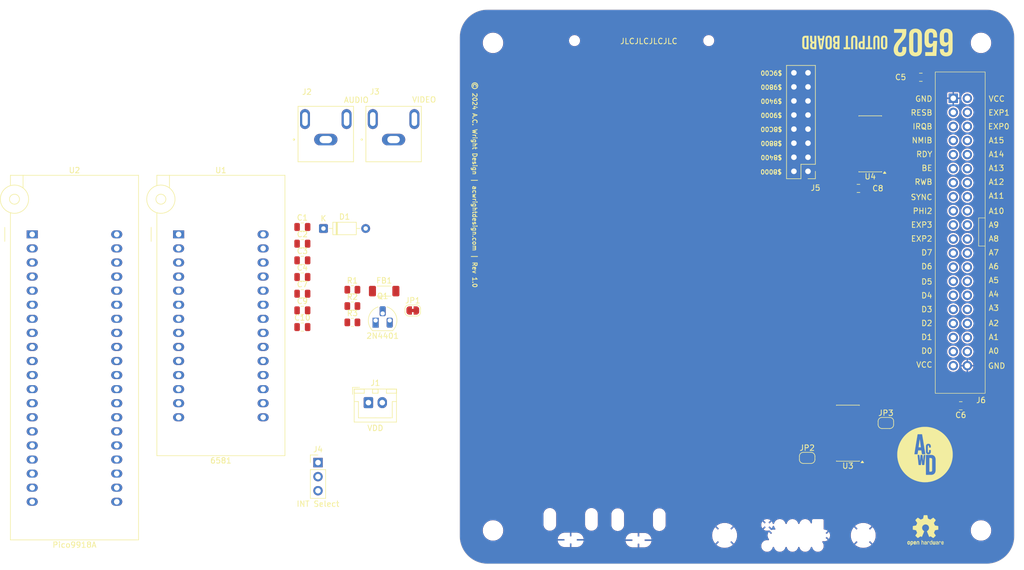
<source format=kicad_pcb>
(kicad_pcb (version 20241229) (generator "pcbnew") (generator_version "9.0")
  (title_block (title "6502 Output Board") (date "2026-01-11") (rev "1.0") (company "A.C. Wright Design"))
  (layers (0 "F.Cu" signal "Top") (2 "B.Cu" signal "Bottom") (13 "F.Paste" user) (15 "B.Paste" user) (5 "F.SilkS" user "F.Silkscreen") (7 "B.SilkS" user "B.Silkscreen") (1 "F.Mask" user) (3 "B.Mask" user) (25 "Edge.Cuts" user))
  (net 0 "")
  (net 1 "GND")
  (net 2 "VCC")
  (net 3 "A0")
  (net 4 "A1")
  (net 5 "A2")
  (net 6 "A3")
  (net 7 "A10")
  (net 8 "A11")
  (net 9 "A12")
  (net 10 "A13")
  (net 11 "A14")
  (net 12 "A15")
  (net 13 "D0")
  (net 14 "D1")
  (net 15 "D2")
  (net 16 "D3")
  (net 17 "D4")
  (net 18 "D5")
  (net 19 "D6")
  (net 20 "D7")
  (net 21 "PHI2")
  (net 22 "RWB")
  (net 23 "RESB")
  (net 24 "IRQB")
  (net 25 "/$8000")
  (net 26 "Net-(J2-In)")
  (net 27 "/$9800")
  (net 28 "/$9000")
  (net 29 "/$8400")
  (net 30 "/$8800")
  (net 31 "/$8C00")
  (net 32 "/$9C00")
  (net 33 "/$9400")
  (net 34 "/EXP3")
  (net 35 "/A5")
  (net 36 "/EXP2")
  (net 37 "/EXP1")
  (net 38 "/BE")
  (net 39 "/A7")
  (net 40 "/SYNC")
  (net 41 "/A8")
  (net 42 "/A9")
  (net 43 "/RDY")
  (net 44 "/A6")
  (net 45 "AUDIO")
  (net 46 "/EXP0")
  (net 47 "A4")
  (net 48 "Net-(JP2-B)")
  (net 49 "RB")
  (net 50 "WB")
  (net 51 "Net-(U1-CAP1B)")
  (net 52 "Net-(U1-CAP1A)")
  (net 53 "Net-(U1-CAP2B)")
  (net 54 "Net-(U1-CAP2A)")
  (net 55 "Net-(Q1-C)")
  (net 56 "Net-(D1-A)")
  (net 57 "INTB")
  (net 58 "Net-(J1-Pin_1)")
  (net 59 "Net-(J3-In)")
  (net 60 "NMIB")
  (net 61 "CSBA")
  (net 62 "CSBV")
  (net 63 "VIDEO")
  (footprint "MountingHole:MountingHole_3.2mm_M3" (layer "F.Cu") (at 184 56)
    (property "Reference" "H2" (hide yes))
    (property "Value" "MountingHole" (hide yes))
    (pad "" np_thru_hole circle (at 0 0) (size 3.2 3.2) (drill 3.2) (layers "*.Cu" "*.Mask"))
  )
  (footprint "MountingHole:MountingHole_3.2mm_M3" (layer "F.Cu") (at 96 144)
    (property "Reference" "H4" (hide yes))
    (property "Value" "MountingHole" (hide yes))
    (pad "" np_thru_hole circle (at 0 0) (size 3.2 3.2) (drill 3.2) (layers "*.Cu" "*.Mask"))
  )
  (footprint "MountingHole:MountingHole_3.2mm_M3" (layer "F.Cu") (at 96 56)
    (property "Reference" "H1" (hide yes))
    (property "Value" "MountingHole" (hide yes))
    (pad "" np_thru_hole circle (at 0 0) (size 3.2 3.2) (drill 3.2) (layers "*.Cu" "*.Mask"))
  )
  (footprint "MountingHole:MountingHole_3.2mm_M3" (layer "F.Cu") (at 184 144)
    (property "Reference" "H3" (hide yes))
    (property "Value" "MountingHole" (hide yes))
    (pad "" np_thru_hole circle (at 0 0) (size 3.2 3.2) (drill 3.2) (layers "*.Cu" "*.Mask"))
  )
  (footprint "Capacitor_SMD:C_0805_2012Metric" (layer "F.Cu") (at 61.62 89.23)
    (property "Reference" "C1" (at 0 -1.68 0) (layer "F.SilkS"))
    (property "Value" "1uF")
    (pad "1" smd roundrect (at -0.95 0) (size 1 1.45) (layers "F.Cu" "F.Mask" "F.Paste") (net 45 "AUDIO"))
    (pad "2" smd roundrect (at 0.95 0) (size 1 1.45) (layers "F.Cu" "F.Mask" "F.Paste") (net 26 "Net-(J2-In)"))
  )
  (footprint "Capacitor_SMD:C_0805_2012Metric" (layer "F.Cu") (at 61.62 98.26)
    (property "Reference" "C4" (at 0 -1.68 0) (layer "F.SilkS"))
    (property "Value" "100nF")
    (pad "1" smd roundrect (at -0.95 0) (size 1 1.45) (layers "F.Cu" "F.Mask" "F.Paste") (net 55 "Net-(Q1-C)"))
    (pad "2" smd roundrect (at 0.95 0) (size 1 1.45) (layers "F.Cu" "F.Mask" "F.Paste") (net 1 "GND"))
  )
  (footprint "Package_SO:SOIC-16_3.9x9.9mm_P1.27mm" (layer "F.Cu") (at 164.025 74.225 180)
    (property "Reference" "U4" (at 0 -5.9 0) (layer "F.SilkS"))
    (property "Value" "74HC138" (hide yes))
    (pad "1" smd roundrect (at -2.475 -4.445 180) (size 1.95 0.6) (layers "F.Cu" "F.Mask" "F.Paste") (net 7 "A10"))
    (pad "2" smd roundrect (at -2.475 -3.175 180) (size 1.95 0.6) (layers "F.Cu" "F.Mask" "F.Paste") (net 8 "A11"))
    (pad "3" smd roundrect (at -2.475 -1.905 180) (size 1.95 0.6) (layers "F.Cu" "F.Mask" "F.Paste") (net 9 "A12"))
    (pad "4" smd roundrect (at -2.475 -0.635 180) (size 1.95 0.6) (layers "F.Cu" "F.Mask" "F.Paste") (net 10 "A13"))
    (pad "5" smd roundrect (at -2.475 0.635 180) (size 1.95 0.6) (layers "F.Cu" "F.Mask" "F.Paste") (net 11 "A14"))
    (pad "6" smd roundrect (at -2.475 1.905 180) (size 1.95 0.6) (layers "F.Cu" "F.Mask" "F.Paste") (net 12 "A15"))
    (pad "7" smd roundrect (at -2.475 3.175 180) (size 1.95 0.6) (layers "F.Cu" "F.Mask" "F.Paste") (net 32 "/$9C00"))
    (pad "8" smd roundrect (at -2.475 4.445 180) (size 1.95 0.6) (layers "F.Cu" "F.Mask" "F.Paste") (net 1 "GND"))
    (pad "9" smd roundrect (at 2.475 4.445 180) (size 1.95 0.6) (layers "F.Cu" "F.Mask" "F.Paste") (net 27 "/$9800"))
    (pad "10" smd roundrect (at 2.475 3.175 180) (size 1.95 0.6) (layers "F.Cu" "F.Mask" "F.Paste") (net 33 "/$9400"))
    (pad "11" smd roundrect (at 2.475 1.905 180) (size 1.95 0.6) (layers "F.Cu" "F.Mask" "F.Paste") (net 28 "/$9000"))
    (pad "12" smd roundrect (at 2.475 0.635 180) (size 1.95 0.6) (layers "F.Cu" "F.Mask" "F.Paste") (net 31 "/$8C00"))
    (pad "13" smd roundrect (at 2.475 -0.635 180) (size 1.95 0.6) (layers "F.Cu" "F.Mask" "F.Paste") (net 30 "/$8800"))
    (pad "14" smd roundrect (at 2.475 -1.905 180) (size 1.95 0.6) (layers "F.Cu" "F.Mask" "F.Paste") (net 29 "/$8400"))
    (pad "15" smd roundrect (at 2.475 -3.175 180) (size 1.95 0.6) (layers "F.Cu" "F.Mask" "F.Paste") (net 25 "/$8000"))
    (pad "16" smd roundrect (at 2.475 -4.445 180) (size 1.95 0.6) (layers "F.Cu" "F.Mask" "F.Paste") (net 2 "VCC"))
  )
  (footprint "Capacitor_SMD:C_0805_2012Metric" (layer "F.Cu") (at 61.62 92.24)
    (property "Reference" "C2" (at 0 -1.68 0) (layer "F.SilkS"))
    (property "Value" "2.2nF")
    (pad "1" smd roundrect (at -0.95 0) (size 1 1.45) (layers "F.Cu" "F.Mask" "F.Paste") (net 51 "Net-(U1-CAP1B)"))
    (pad "2" smd roundrect (at 0.95 0) (size 1 1.45) (layers "F.Cu" "F.Mask" "F.Paste") (net 52 "Net-(U1-CAP1A)"))
  )
  (footprint "6502 Logos:6502 Output Board Logo 5mm" (layer "F.Cu") (at 157.644008 55.929843 180)
    (property "Reference" "G***" (hide yes))
    (property "Value" "LOGO" (hide yes))
  )
  (footprint "Jumper:SolderJumper-2_P1.3mm_Bridged_RoundedPad1.0x1.5mm" (layer "F.Cu") (at 81.53 104.3)
    (property "Reference" "JP1" (at 0 -1.8 0) (layer "F.SilkS"))
    (property "Value" "SolderJumper_2_Bridged" (hide yes))
    (fp_poly (pts (xy 0.25 -0.3) (xy -0.25 -0.3) (xy -0.25 0.3) (xy 0.25 0.3)) (fill yes) (layer "F.Cu"))
    (pad "1" smd custom (at -0.65 0) (size 1 0.5) (layers "F.Cu" "F.Mask") (net 57 "INTB") (options (clearance outline) (anchor rect)) (primitives (gr_circle (center 0 0.25) (end 0.5 0.25) (width 0) (fill yes)) (gr_circle (center 0 -0.25) (end 0.5 -0.25) (width 0) (fill yes)) (gr_poly (pts (xy 0.5 0.75) (xy 0 0.75) (xy 0 -0.75) (xy 0.5 -0.75)) (width 0) (fill yes))))
    (pad "2" smd custom (at 0.65 0) (size 1 0.5) (layers "F.Cu" "F.Mask") (net 56 "Net-(D1-A)") (options (clearance outline) (anchor rect)) (primitives (gr_circle (center 0 0.25) (end 0.5 0.25) (width 0) (fill yes)) (gr_circle (center 0 -0.25) (end 0.5 -0.25) (width 0) (fill yes)) (gr_poly (pts (xy 0 0.75) (xy -0.5 0.75) (xy -0.5 -0.75) (xy 0 -0.75)) (width 0) (fill yes))))
  )
  (footprint "Resistor_SMD:R_0805_2012Metric" (layer "F.Cu") (at 70.64 100.55)
    (property "Reference" "R1" (at 0 -1.65 0) (layer "F.SilkS"))
    (property "Value" "1k")
    (pad "1" smd roundrect (at -0.9125 0) (size 1.025 1.4) (layers "F.Cu" "F.Mask" "F.Paste") (roundrect_rratio 0.243902) (net 45 "AUDIO"))
    (pad "2" smd roundrect (at 0.9125 0) (size 1.025 1.4) (layers "F.Cu" "F.Mask" "F.Paste") (roundrect_rratio 0.243902) (net 1 "GND"))
  )
  (footprint "Inductor_SMD:L_1806_4516Metric" (layer "F.Cu") (at 76.37 100.8)
    (property "Reference" "FB1" (at 0 -1.9 0) (layer "F.SilkS"))
    (property "Value" "BLM41PG600SN1L" (hide yes))
    (pad "1" smd roundrect (at -2.1125 0) (size 1.275 1.9) (layers "F.Cu" "F.Mask" "F.Paste") (roundrect_rratio 0.196078) (net 2 "VCC"))
    (pad "2" smd roundrect (at 2.1125 0) (size 1.275 1.9) (layers "F.Cu" "F.Mask" "F.Paste") (roundrect_rratio 0.196078) (net 55 "Net-(Q1-C)"))
  )
  (footprint "Jumper:SolderJumper-2_P1.3mm_Open_RoundedPad1.0x1.5mm" (layer "F.Cu") (at 152.65 130.9)
    (property "Reference" "JP2" (at 0 -1.8 0) (layer "F.SilkS"))
    (property "Value" "SolderJumper_2_Open" (hide yes))
    (pad "1" smd custom (at -0.65 0) (size 1 0.5) (layers "F.Cu" "F.Mask") (net 2 "VCC") (options (clearance outline) (anchor rect)) (primitives (gr_circle (center 0 0.25) (end 0.5 0.25) (width 0) (fill yes)) (gr_circle (center 0 -0.25) (end 0.5 -0.25) (width 0) (fill yes)) (gr_poly (pts (xy 0.5 0.75) (xy 0 0.75) (xy 0 -0.75) (xy 0.5 -0.75)) (width 0) (fill yes))))
    (pad "2" smd custom (at 0.65 0) (size 1 0.5) (layers "F.Cu" "F.Mask") (net 48 "Net-(JP2-B)") (options (clearance outline) (anchor rect)) (primitives (gr_circle (center 0 0.25) (end 0.5 0.25) (width 0) (fill yes)) (gr_circle (center 0 -0.25) (end 0.5 -0.25) (width 0) (fill yes)) (gr_poly (pts (xy 0 0.75) (xy -0.5 0.75) (xy -0.5 -0.75) (xy 0 -0.75)) (width 0) (fill yes))))
  )
  (footprint "Resistor_SMD:R_0805_2012Metric" (layer "F.Cu") (at 70.64 106.45)
    (property "Reference" "R3" (at 0 -1.65 0) (layer "F.SilkS"))
    (property "Value" "75")
    (pad "1" smd roundrect (at -0.9125 0) (size 1.025 1.4) (layers "F.Cu" "F.Mask" "F.Paste") (roundrect_rratio 0.243902) (net 59 "Net-(J3-In)"))
    (pad "2" smd roundrect (at 0.9125 0) (size 1.025 1.4) (layers "F.Cu" "F.Mask" "F.Paste") (roundrect_rratio 0.243902) (net 1 "GND"))
  )
  (footprint "A.C. Wright Logo:A.C. Wright Logo 10mm" (layer "F.Cu") (at 173.9 130.3)
    (property "Reference" "G***" (hide yes))
    (property "Value" "LOGO" (hide yes))
  )
  (footprint "Connector_JST:JST_XH_B2B-XH-A_1x02_P2.50mm_Vertical" (layer "F.Cu") (at 73.53 120.93)
    (property "Reference" "J1" (at 1.25 -3.55 0) (layer "F.SilkS"))
    (property "Value" "VDD" (at 1.25 4.6 0) (layer "F.SilkS"))
    (pad "1" thru_hole roundrect (at 0 0) (size 1.7 2) (drill 1) (layers "*.Cu" "*.Mask") (roundrect_rratio 0.147059) (net 58 "Net-(J1-Pin_1)"))
    (pad "2" thru_hole oval (at 2.5 0) (size 1.7 2) (drill 1) (layers "*.Cu" "*.Mask") (net 1 "GND"))
  )
  (footprint "6502 Parts:SWITCHCRAFT_PJRAN1X1U02X" (layer "F.Cu") (at 65.845 73.45)
    (property "Reference" "J2" (at -3.4 -8.6 0) (layer "F.SilkS"))
    (property "Value" "AUDIO" (at 5.5 -7.135 0) (layer "F.SilkS"))
    (pad "1" thru_hole oval (at 0 0) (size 4.2 2.1) (drill oval 2.25 1.3) (layers "*.Cu" "*.Mask") (net 1 "GND"))
    (pad "2" thru_hole oval (at -3.75 -3.7) (size 1.8 3.6) (drill oval 1 2.5) (layers "*.Cu" "*.Mask") (net 26 "Net-(J2-In)"))
    (pad "2" thru_hole oval (at 3.75 -3.7) (size 1.8 3.6) (drill oval 1 2.5) (layers "*.Cu" "*.Mask") (net 26 "Net-(J2-In)"))
  )
  (footprint "Connector_PinHeader_2.54mm:PinHeader_1x03_P2.54mm_Vertical" (layer "F.Cu") (at 64.44 131.75)
    (property "Reference" "J4" (at 0 -2.38 0) (layer "F.SilkS"))
    (property "Value" "INT Select" (at 0 7.46 0) (layer "F.SilkS"))
    (pad "1" thru_hole rect (at 0 0) (size 1.7 1.7) (drill 1) (layers "*.Cu" "*.Mask") (net 24 "IRQB"))
    (pad "2" thru_hole circle (at 0 2.54) (size 1.7 1.7) (drill 1) (layers "*.Cu" "*.Mask") (net 56 "Net-(D1-A)"))
    (pad "3" thru_hole circle (at 0 5.08) (size 1.7 1.7) (drill 1) (layers "*.Cu" "*.Mask") (net 60 "NMIB"))
  )
  (footprint "Capacitor_SMD:C_0805_2012Metric" (layer "F.Cu") (at 161.9 82.27)
    (property "Reference" "C8" (at 3.5 0 0) (layer "F.SilkS"))
    (property "Value" "100nF" (hide yes))
    (pad "1" smd roundrect (at -0.95 0) (size 1 1.45) (layers "F.Cu" "F.Mask" "F.Paste") (net 2 "VCC"))
    (pad "2" smd roundrect (at 0.95 0) (size 1 1.45) (layers "F.Cu" "F.Mask" "F.Paste") (net 1 "GND"))
  )
  (footprint "Capacitor_SMD:C_0805_2012Metric" (layer "F.Cu") (at 61.62 104.28)
    (property "Reference" "C9" (at 0 -1.68 0) (layer "F.SilkS"))
    (property "Value" "100nF")
    (pad "1" smd roundrect (at -0.95 0) (size 1 1.45) (layers "F.Cu" "F.Mask" "F.Paste") (net 2 "VCC"))
    (pad "2" smd roundrect (at 0.95 0) (size 1 1.45) (layers "F.Cu" "F.Mask" "F.Paste") (net 1 "GND"))
  )
  (footprint "Symbol:OSHW-Logo2_7.3x6mm_SilkScreen" (layer "F.Cu") (at 174 144)
    (property "Reference" "REF**" (hide yes))
    (property "Value" "OSHW-Logo2_7.3x6mm_SilkScreen" (hide yes))
  )
  (footprint "Socket:DIP_Socket-40_W11.9mm_W12.7mm_W15.24mm_W17.78mm_W18.5mm_3M_240-1280-00-0602J" (layer "F.Cu") (at 12.905 90.56)
    (property "Reference" "U2" (at 7.62 -11.56 0) (layer "F.SilkS"))
    (property "Value" "Pico9918A" (at 7.62 56.04 0) (layer "F.SilkS"))
    (pad "1" thru_hole rect (at 0 0) (size 2 1.44) (drill 1) (layers "*.Cu" "*.Mask"))
    (pad "2" thru_hole oval (at 0 2.54) (size 2 1.44) (drill 1) (layers "*.Cu" "*.Mask"))
    (pad "3" thru_hole oval (at 0 5.08) (size 2 1.44) (drill 1) (layers "*.Cu" "*.Mask"))
    (pad "4" thru_hole oval (at 0 7.62) (size 2 1.44) (drill 1) (layers "*.Cu" "*.Mask"))
    (pad "5" thru_hole oval (at 0 10.16) (size 2 1.44) (drill 1) (layers "*.Cu" "*.Mask"))
    (pad "6" thru_hole oval (at 0 12.7) (size 2 1.44) (drill 1) (layers "*.Cu" "*.Mask"))
    (pad "7" thru_hole oval (at 0 15.24) (size 2 1.44) (drill 1) (layers "*.Cu" "*.Mask"))
    (pad "8" thru_hole oval (at 0 17.78) (size 2 1.44) (drill 1) (layers "*.Cu" "*.Mask"))
    (pad "9" thru_hole oval (at 0 20.32) (size 2 1.44) (drill 1) (layers "*.Cu" "*.Mask"))
    (pad "10" thru_hole oval (at 0 22.86) (size 2 1.44) (drill 1) (layers "*.Cu" "*.Mask"))
    (pad "11" thru_hole oval (at 0 25.4) (size 2 1.44) (drill 1) (layers "*.Cu" "*.Mask"))
    (pad "12" thru_hole oval (at 0 27.94) (size 2 1.44) (drill 1) (layers "*.Cu" "*.Mask") (net 1 "GND"))
    (pad "13" thru_hole oval (at 0 30.48) (size 2 1.44) (drill 1) (layers "*.Cu" "*.Mask") (net 3 "A0"))
    (pad "14" thru_hole oval (at 0 33.02) (size 2 1.44) (drill 1) (layers "*.Cu" "*.Mask") (net 50 "WB"))
    (pad "15" thru_hole oval (at 0 35.56) (size 2 1.44) (drill 1) (layers "*.Cu" "*.Mask") (net 49 "RB"))
    (pad "16" thru_hole oval (at 0 38.1) (size 2 1.44) (drill 1) (layers "*.Cu" "*.Mask") (net 57 "INTB"))
    (pad "17" thru_hole oval (at 0 40.64) (size 2 1.44) (drill 1) (layers "*.Cu" "*.Mask") (net 13 "D0"))
    (pad "18" thru_hole oval (at 0 43.18) (size 2 1.44) (drill 1) (layers "*.Cu" "*.Mask") (net 14 "D1"))
    (pad "19" thru_hole oval (at 0 45.72) (size 2 1.44) (drill 1) (layers "*.Cu" "*.Mask") (net 15 "D2"))
    (pad "20" thru_hole oval (at 0 48.26) (size 2 1.44) (drill 1) (layers "*.Cu" "*.Mask") (net 16 "D3"))
    (pad "21" thru_hole oval (at 15.24 48.26) (size 2 1.44) (drill 1) (layers "*.Cu" "*.Mask") (net 17 "D4"))
    (pad "22" thru_hole oval (at 15.24 45.72) (size 2 1.44) (drill 1) (layers "*.Cu" "*.Mask") (net 18 "D5"))
    (pad "23" thru_hole oval (at 15.24 43.18) (size 2 1.44) (drill 1) (layers "*.Cu" "*.Mask") (net 19 "D6"))
    (pad "24" thru_hole oval (at 15.24 40.64) (size 2 1.44) (drill 1) (layers "*.Cu" "*.Mask") (net 20 "D7"))
    (pad "25" thru_hole oval (at 15.24 38.1) (size 2 1.44) (drill 1) (layers "*.Cu" "*.Mask"))
    (pad "26" thru_hole oval (at 15.24 35.56) (size 2 1.44) (drill 1) (layers "*.Cu" "*.Mask"))
    (pad "27" thru_hole oval (at 15.24 33.02) (size 2 1.44) (drill 1) (layers "*.Cu" "*.Mask"))
    (pad "28" thru_hole oval (at 15.24 30.48) (size 2 1.44) (drill 1) (layers "*.Cu" "*.Mask"))
    (pad "29" thru_hole oval (at 15.24 27.94) (size 2 1.44) (drill 1) (layers "*.Cu" "*.Mask"))
    (pad "30" thru_hole oval (at 15.24 25.4) (size 2 1.44) (drill 1) (layers "*.Cu" "*.Mask"))
    (pad "31" thru_hole oval (at 15.24 22.86) (size 2 1.44) (drill 1) (layers "*.Cu" "*.Mask"))
    (pad "32" thru_hole oval (at 15.24 20.32) (size 2 1.44) (drill 1) (layers "*.Cu" "*.Mask"))
    (pad "33" thru_hole oval (at 15.24 17.78) (size 2 1.44) (drill 1) (layers "*.Cu" "*.Mask") (net 2 "VCC"))
    (pad "34" thru_hole oval (at 15.24 15.24) (size 2 1.44) (drill 1) (layers "*.Cu" "*.Mask") (net 23 "RESB"))
    (pad "35" thru_hole oval (at 15.24 12.7) (size 2 1.44) (drill 1) (layers "*.Cu" "*.Mask"))
    (pad "36" thru_hole oval (at 15.24 10.16) (size 2 1.44) (drill 1) (layers "*.Cu" "*.Mask") (net 63 "VIDEO"))
    (pad "37" thru_hole oval (at 15.24 7.62) (size 2 1.44) (drill 1) (layers "*.Cu" "*.Mask"))
    (pad "38" thru_hole oval (at 15.24 5.08) (size 2 1.44) (drill 1) (layers "*.Cu" "*.Mask"))
    (pad "39" thru_hole oval (at 15.24 2.54) (size 2 1.44) (drill 1) (layers "*.Cu" "*.Mask"))
    (pad "40" thru_hole oval (at 15.24 0) (size 2 1.44) (drill 1) (layers "*.Cu" "*.Mask"))
  )
  (footprint "Resistor_SMD:R_0805_2012Metric" (layer "F.Cu") (at 70.64 103.5)
    (property "Reference" "R2" (at 0 -1.65 0) (layer "F.SilkS"))
    (property "Value" "470")
    (pad "1" smd roundrect (at -0.9125 0) (size 1.025 1.4) (layers "F.Cu" "F.Mask" "F.Paste") (roundrect_rratio 0.243902) (net 63 "VIDEO"))
    (pad "2" smd roundrect (at 0.9125 0) (size 1.025 1.4) (layers "F.Cu" "F.Mask" "F.Paste") (roundrect_rratio 0.243902) (net 1 "GND"))
  )
  (footprint "Capacitor_SMD:C_0805_2012Metric" (layer "F.Cu") (at 180.35 121.5 180)
    (property "Reference" "C6" (at 0 -1.68 0) (layer "F.SilkS"))
    (property "Value" "100nF" (hide yes))
    (pad "1" smd roundrect (at -0.95 0 180) (size 1 1.45) (layers "F.Cu" "F.Mask" "F.Paste") (net 1 "GND"))
    (pad "2" smd roundrect (at 0.95 0 180) (size 1 1.45) (layers "F.Cu" "F.Mask" "F.Paste") (net 2 "VCC"))
  )
  (footprint "Capacitor_SMD:C_0805_2012Metric" (layer "F.Cu") (at 61.62 101.27)
    (property "Reference" "C7" (at 0 -1.68 0) (layer "F.SilkS"))
    (property "Value" "100nF")
    (pad "1" smd roundrect (at -0.95 0) (size 1 1.45) (layers "F.Cu" "F.Mask" "F.Paste") (net 2 "VCC"))
    (pad "2" smd roundrect (at 0.95 0) (size 1 1.45) (layers "F.Cu" "F.Mask" "F.Paste") (net 1 "GND"))
  )
  (footprint "Connector_PinHeader_2.54mm:PinHeader_2x08_P2.54mm_Vertical" (layer "F.Cu") (at 152.8 79.18 180)
    (property "Reference" "J5" (at -1.36 -3 0) (layer "F.SilkS"))
    (property "Value" "Conn_02x08_Odd_Even" (hide yes))
    (pad "1" thru_hole rect (at 0 0 180) (size 1.7 1.7) (drill 1) (layers "*.Cu" "*.Mask") (net 25 "/$8000"))
    (pad "2" thru_hole oval (at 2.54 0 180) (size 1.7 1.7) (drill 1) (layers "*.Cu" "*.Mask") (net 61 "CSBA"))
    (pad "3" thru_hole oval (at 0 2.54 180) (size 1.7 1.7) (drill 1) (layers "*.Cu" "*.Mask") (net 29 "/$8400"))
    (pad "4" thru_hole oval (at 2.54 2.54 180) (size 1.7 1.7) (drill 1) (layers "*.Cu" "*.Mask") (net 62 "CSBV"))
    (pad "5" thru_hole oval (at 0 5.08 180) (size 1.7 1.7) (drill 1) (layers "*.Cu" "*.Mask") (net 30 "/$8800"))
    (pad "6" thru_hole oval (at 2.54 5.08 180) (size 1.7 1.7) (drill 1) (layers "*.Cu" "*.Mask") (net 61 "CSBA"))
    (pad "7" thru_hole oval (at 0 7.62 180) (size 1.7 1.7) (drill 1) (layers "*.Cu" "*.Mask") (net 31 "/$8C00"))
    (pad "8" thru_hole oval (at 2.54 7.62 180) (size 1.7 1.7) (drill 1) (layers "*.Cu" "*.Mask") (net 62 "CSBV"))
    (pad "9" thru_hole oval (at 0 10.16 180) (size 1.7 1.7) (drill 1) (layers "*.Cu" "*.Mask") (net 28 "/$9000"))
    (pad "10" thru_hole oval (at 2.54 10.16 180) (size 1.7 1.7) (drill 1) (layers "*.Cu" "*.Mask") (net 61 "CSBA"))
    (pad "11" thru_hole oval (at 0 12.7 180) (size 1.7 1.7) (drill 1) (layers "*.Cu" "*.Mask") (net 33 "/$9400"))
    (pad "12" thru_hole oval (at 2.54 12.7 180) (size 1.7 1.7) (drill 1) (layers "*.Cu" "*.Mask") (net 62 "CSBV"))
    (pad "13" thru_hole oval (at 0 15.24 180) (size 1.7 1.7) (drill 1) (layers "*.Cu" "*.Mask") (net 27 "/$9800"))
    (pad "14" thru_hole oval (at 2.54 15.24 180) (size 1.7 1.7) (drill 1) (layers "*.Cu" "*.Mask") (net 61 "CSBA"))
    (pad "15" thru_hole oval (at 0 17.78 180) (size 1.7 1.7) (drill 1) (layers "*.Cu" "*.Mask") (net 32 "/$9C00"))
    (pad "16" thru_hole oval (at 2.54 17.78 180) (size 1.7 1.7) (drill 1) (layers "*.Cu" "*.Mask") (net 62 "CSBV"))
  )
  (footprint "Capacitor_SMD:C_0805_2012Metric" (layer "F.Cu") (at 61.62 95.25)
    (property "Reference" "C3" (at 0 -1.68 0) (layer "F.SilkS"))
    (property "Value" "2.2nF")
    (pad "1" smd roundrect (at -0.95 0) (size 1 1.45) (layers "F.Cu" "F.Mask" "F.Paste") (net 53 "Net-(U1-CAP2B)"))
    (pad "2" smd roundrect (at 0.95 0) (size 1 1.45) (layers "F.Cu" "F.Mask" "F.Paste") (net 54 "Net-(U1-CAP2A)"))
  )
  (footprint "Package_SO:SOIC-16_3.9x9.9mm_P1.27mm" (layer "F.Cu") (at 160 126.445 180)
    (property "Reference" "U3" (at 0 -5.9 0) (layer "F.SilkS"))
    (property "Value" "74HC138" (hide yes))
    (pad "1" smd roundrect (at -2.475 -4.445 180) (size 1.95 0.6) (layers "F.Cu" "F.Mask" "F.Paste") (net 22 "RWB"))
    (pad "2" smd roundrect (at -2.475 -3.175 180) (size 1.95 0.6) (layers "F.Cu" "F.Mask" "F.Paste") (net 62 "CSBV"))
    (pad "3" smd roundrect (at -2.475 -1.905 180) (size 1.95 0.6) (layers "F.Cu" "F.Mask" "F.Paste") (net 1 "GND"))
    (pad "4" smd roundrect (at -2.475 -0.635 180) (size 1.95 0.6) (layers "F.Cu" "F.Mask" "F.Paste") (net 1 "GND"))
    (pad "5" smd roundrect (at -2.475 0.635 180) (size 1.95 0.6) (layers "F.Cu" "F.Mask" "F.Paste") (net 1 "GND"))
    (pad "6" smd roundrect (at -2.475 1.905 180) (size 1.95 0.6) (layers "F.Cu" "F.Mask" "F.Paste") (net 48 "Net-(JP2-B)"))
    (pad "7" smd roundrect (at -2.475 3.175 180) (size 1.95 0.6) (layers "F.Cu" "F.Mask" "F.Paste"))
    (pad "8" smd roundrect (at -2.475 4.445 180) (size 1.95 0.6) (layers "F.Cu" "F.Mask" "F.Paste") (net 1 "GND"))
    (pad "9" smd roundrect (at 2.475 4.445 180) (size 1.95 0.6) (layers "F.Cu" "F.Mask" "F.Paste"))
    (pad "10" smd roundrect (at 2.475 3.175 180) (size 1.95 0.6) (layers "F.Cu" "F.Mask" "F.Paste"))
    (pad "11" smd roundrect (at 2.475 1.905 180) (size 1.95 0.6) (layers "F.Cu" "F.Mask" "F.Paste"))
    (pad "12" smd roundrect (at 2.475 0.635 180) (size 1.95 0.6) (layers "F.Cu" "F.Mask" "F.Paste"))
    (pad "13" smd roundrect (at 2.475 -0.635 180) (size 1.95 0.6) (layers "F.Cu" "F.Mask" "F.Paste"))
    (pad "14" smd roundrect (at 2.475 -1.905 180) (size 1.95 0.6) (layers "F.Cu" "F.Mask" "F.Paste") (net 49 "RB"))
    (pad "15" smd roundrect (at 2.475 -3.175 180) (size 1.95 0.6) (layers "F.Cu" "F.Mask" "F.Paste") (net 50 "WB"))
    (pad "16" smd roundrect (at 2.475 -4.445 180) (size 1.95 0.6) (layers "F.Cu" "F.Mask" "F.Paste") (net 2 "VCC"))
  )
  (footprint "Socket:DIP_Socket-28_W11.9mm_W12.7mm_W15.24mm_W17.78mm_W18.5mm_3M_228-1277-00-0602J" (layer "F.Cu") (at 39.305 90.56)
    (property "Reference" "U1" (at 7.62 -11.56 0) (layer "F.SilkS"))
    (property "Value" "6581" (at 7.62 40.84 0) (layer "F.SilkS") (effects (font (thickness 0.15) (bold yes))))
    (pad "1" thru_hole rect (at 0 0) (size 2 1.44) (drill 1) (layers "*.Cu" "*.Mask") (net 52 "Net-(U1-CAP1A)"))
    (pad "2" thru_hole oval (at 0 2.54) (size 2 1.44) (drill 1) (layers "*.Cu" "*.Mask") (net 51 "Net-(U1-CAP1B)"))
    (pad "3" thru_hole oval (at 0 5.08) (size 2 1.44) (drill 1) (layers "*.Cu" "*.Mask") (net 54 "Net-(U1-CAP2A)"))
    (pad "4" thru_hole oval (at 0 7.62) (size 2 1.44) (drill 1) (layers "*.Cu" "*.Mask") (net 53 "Net-(U1-CAP2B)"))
    (pad "5" thru_hole oval (at 0 10.16) (size 2 1.44) (drill 1) (layers "*.Cu" "*.Mask") (net 23 "RESB"))
    (pad "6" thru_hole oval (at 0 12.7) (size 2 1.44) (drill 1) (layers "*.Cu" "*.Mask") (net 21 "PHI2"))
    (pad "7" thru_hole oval (at 0 15.24) (size 2 1.44) (drill 1) (layers "*.Cu" "*.Mask") (net 22 "RWB"))
    (pad "8" thru_hole oval (at 0 17.78) (size 2 1.44) (drill 1) (layers "*.Cu" "*.Mask") (net 61 "CSBA"))
    (pad "9" thru_hole oval (at 0 20.32) (size 2 1.44) (drill 1) (layers "*.Cu" "*.Mask") (net 3 "A0"))
    (pad "10" thru_hole oval (at 0 22.86) (size 2 1.44) (drill 1) (layers "*.Cu" "*.Mask") (net 4 "A1"))
    (pad "11" thru_hole oval (at 0 25.4) (size 2 1.44) (drill 1) (layers "*.Cu" "*.Mask") (net 5 "A2"))
    (pad "12" thru_hole oval (at 0 27.94) (size 2 1.44) (drill 1) (layers "*.Cu" "*.Mask") (net 6 "A3"))
    (pad "13" thru_hole oval (at 0 30.48) (size 2 1.44) (drill 1) (layers "*.Cu" "*.Mask") (net 47 "A4"))
    (pad "14" thru_hole oval (at 0 33.02) (size 2 1.44) (drill 1) (layers "*.Cu" "*.Mask") (net 1 "GND"))
    (pad "15" thru_hole oval (at 15.24 33.02) (size 2 1.44) (drill 1) (layers "*.Cu" "*.Mask") (net 13 "D0"))
    (pad "16" thru_hole oval (at 15.24 30.48) (size 2 1.44) (drill 1) (layers "*.Cu" "*.Mask") (net 14 "D1"))
    (pad "17" thru_hole oval (at 15.24 27.94) (size 2 1.44) (drill 1) (layers "*.Cu" "*.Mask") (net 15 "D2"))
    (pad "18" thru_hole oval (at 15.24 25.4) (size 2 1.44) (drill 1) (layers "*.Cu" "*.Mask") (net 16 "D3"))
    (pad "19" thru_hole oval (at 15.24 22.86) (size 2 1.44) (drill 1) (layers "*.Cu" "*.Mask") (net 17 "D4"))
    (pad "20" thru_hole oval (at 15.24 20.32) (size 2 1.44) (drill 1) (layers "*.Cu" "*.Mask") (net 18 "D5"))
    (pad "21" thru_hole oval (at 15.24 17.78) (size 2 1.44) (drill 1) (layers "*.Cu" "*.Mask") (net 19 "D6"))
    (pad "22" thru_hole oval (at 15.24 15.24) (size 2 1.44) (drill 1) (layers "*.Cu" "*.Mask") (net 20 "D7"))
    (pad "23" thru_hole oval (at 15.24 12.7) (size 2 1.44) (drill 1) (layers "*.Cu" "*.Mask"))
    (pad "24" thru_hole oval (at 15.24 10.16) (size 2 1.44) (drill 1) (layers "*.Cu" "*.Mask"))
    (pad "25" thru_hole oval (at 15.24 7.62) (size 2 1.44) (drill 1) (layers "*.Cu" "*.Mask") (net 2 "VCC"))
    (pad "26" thru_hole oval (at 15.24 5.08) (size 2 1.44) (drill 1) (layers "*.Cu" "*.Mask"))
    (pad "27" thru_hole oval (at 15.24 2.54) (size 2 1.44) (drill 1) (layers "*.Cu" "*.Mask") (net 45 "AUDIO"))
    (pad "28" thru_hole oval (at 15.24 0) (size 2 1.44) (drill 1) (layers "*.Cu" "*.Mask") (net 58 "Net-(J1-Pin_1)"))
  )
  (footprint "6502 Parts:6502 Bus Connector" (layer "F.Cu") (at 179 66)
    (property "Reference" "J6" (at 5 54.5 0) (layer "F.SilkS"))
    (property "Value" "6502 Bus" (hide yes))
    (pad "1" thru_hole rect (at 0 0) (size 1.7 1.7) (drill 1) (layers "*.Cu" "*.Mask") (net 1 "GND"))
    (pad "2" thru_hole oval (at 2.54 0) (size 1.7 1.7) (drill 1) (layers "*.Cu" "*.Mask") (net 2 "VCC"))
    (pad "3" thru_hole oval (at 0 2.54) (size 1.7 1.7) (drill 1) (layers "*.Cu" "*.Mask") (net 23 "RESB"))
    (pad "4" thru_hole oval (at 2.54 2.54) (size 1.7 1.7) (drill 1) (layers "*.Cu" "*.Mask") (net 37 "/EXP1"))
    (pad "5" thru_hole oval (at 0 5.08) (size 1.7 1.7) (drill 1) (layers "*.Cu" "*.Mask") (net 24 "IRQB"))
    (pad "6" thru_hole oval (at 2.54 5.08) (size 1.7 1.7) (drill 1) (layers "*.Cu" "*.Mask") (net 46 "/EXP0"))
    (pad "7" thru_hole oval (at 0 7.62) (size 1.7 1.7) (drill 1) (layers "*.Cu" "*.Mask") (net 60 "NMIB"))
    (pad "8" thru_hole oval (at 2.54 7.62) (size 1.7 1.7) (drill 1) (layers "*.Cu" "*.Mask") (net 12 "A15"))
    (pad "9" thru_hole oval (at 0 10.16) (size 1.7 1.7) (drill 1) (layers "*.Cu" "*.Mask") (net 43 "/RDY"))
    (pad "10" thru_hole oval (at 2.54 10.16) (size 1.7 1.7) (drill 1) (layers "*.Cu" "*.Mask") (net 11 "A14"))
    (pad "11" thru_hole oval (at 0 12.7) (size 1.7 1.7) (drill 1) (layers "*.Cu" "*.Mask") (net 38 "/BE"))
    (pad "12" thru_hole oval (at 2.54 12.7) (size 1.7 1.7) (drill 1) (layers "*.Cu" "*.Mask") (net 10 "A13"))
    (pad "13" thru_hole oval (at 0 15.24) (size 1.7 1.7) (drill 1) (layers "*.Cu" "*.Mask") (net 22 "RWB"))
    (pad "14" thru_hole oval (at 2.54 15.24) (size 1.7 1.7) (drill 1) (layers "*.Cu" "*.Mask") (net 9 "A12"))
    (pad "15" thru_hole oval (at 0 17.78) (size 1.7 1.7) (drill 1) (layers "*.Cu" "*.Mask") (net 40 "/SYNC"))
    (pad "16" thru_hole oval (at 2.54 17.78) (size 1.7 1.7) (drill 1) (layers "*.Cu" "*.Mask") (net 8 "A11"))
    (pad "17" thru_hole oval (at 0 20.32) (size 1.7 1.7) (drill 1) (layers "*.Cu" "*.Mask") (net 21 "PHI2"))
    (pad "18" thru_hole oval (at 2.54 20.32) (size 1.7 1.7) (drill 1) (layers "*.Cu" "*.Mask") (net 7 "A10"))
    (pad "19" thru_hole oval (at 0 22.86) (size 1.7 1.7) (drill 1) (layers "*.Cu" "*.Mask") (net 34 "/EXP3"))
    (pad "20" thru_hole oval (at 2.54 22.86) (size 1.7 1.7) (drill 1) (layers "*.Cu" "*.Mask") (net 42 "/A9"))
    (pad "21" thru_hole oval (at 0 25.4) (size 1.7 1.7) (drill 1) (layers "*.Cu" "*.Mask") (net 36 "/EXP2"))
    (pad "22" thru_hole oval (at 2.54 25.4) (size 1.7 1.7) (drill 1) (layers "*.Cu" "*.Mask") (net 41 "/A8"))
    (pad "23" thru_hole oval (at 0 27.94) (size 1.7 1.7) (drill 1) (layers "*.Cu" "*.Mask") (net 20 "D7"))
    (pad "24" thru_hole oval (at 2.54 27.94) (size 1.7 1.7) (drill 1) (layers "*.Cu" "*.Mask") (net 39 "/A7"))
    (pad "25" thru_hole oval (at 0 30.48) (size 1.7 1.7) (drill 1) (layers "*.Cu" "*.Mask") (net 19 "D6"))
    (pad "26" thru_hole oval (at 2.54 30.48) (size 1.7 1.7) (drill 1) (layers "*.Cu" "*.Mask") (net 44 "/A6"))
    (pad "27" thru_hole oval (at 0 33.02) (size 1.7 1.7) (drill 1) (layers "*.Cu" "*.Mask") (net 18 "D5"))
    (pad "28" thru_hole oval (at 2.54 33.02) (size 1.7 1.7) (drill 1) (layers "*.Cu" "*.Mask") (net 35 "/A5"))
    (pad "29" thru_hole oval (at 0 35.56) (size 1.7 1.7) (drill 1) (layers "*.Cu" "*.Mask") (net 17 "D4"))
    (pad "30" thru_hole oval (at 2.54 35.56) (size 1.7 1.7) (drill 1) (layers "*.Cu" "*.Mask") (net 47 "A4"))
    (pad "31" thru_hole oval (at 0 38.1) (size 1.7 1.7) (drill 1) (layers "*.Cu" "*.Mask") (net 16 "D3"))
    (pad "32" thru_hole oval (at 2.54 38.1) (size 1.7 1.7) (drill 1) (layers "*.Cu" "*.Mask") (net 6 "A3"))
    (pad "33" thru_hole oval (at 0 40.64) (size 1.7 1.7) (drill 1) (layers "*.Cu" "*.Mask") (net 15 "D2"))
    (pad "34" thru_hole oval (at 2.54 40.64) (size 1.7 1.7) (drill 1) (layers "*.Cu" "*.Mask") (net 5 "A2"))
    (pad "35" thru_hole oval (at 0 43.18) (size 1.7 1.7) (drill 1) (layers "*.Cu" "*.Mask") (net 14 "D1"))
    (pad "36" thru_hole oval (at 2.54 43.18) (size 1.7 1.7) (drill 1) (layers "*.Cu" "*.Mask") (net 4 "A1"))
    (pad "37" thru_hole oval (at 0 45.72) (size 1.7 1.7) (drill 1) (layers "*.Cu" "*.Mask") (net 13 "D0"))
    (pad "38" thru_hole oval (at 2.54 45.72) (size 1.7 1.7) (drill 1) (layers "*.Cu" "*.Mask") (net 3 "A0"))
    (pad "39" thru_hole oval (at 0 48.26) (size 1.7 1.7) (drill 1) (layers "*.Cu" "*.Mask") (net 2 "VCC"))
    (pad "40" thru_hole oval (at 2.54 48.26) (size 1.7 1.7) (drill 1) (layers "*.Cu" "*.Mask") (net 1 "GND"))
  )
  (footprint "6502 Parts:SWITCHCRAFT_PJRAN1X1U04X" (layer "F.Cu") (at 78.07 73.45)
    (property "Reference" "J3" (at -3.4 -8.635 0) (layer "F.SilkS"))
    (property "Value" "VIDEO" (at 5.5 -7.2 0) (layer "F.SilkS"))
    (pad "1" thru_hole oval (at 0 0) (size 4.2 2.1) (drill oval 2.25 1.3) (layers "*.Cu" "*.Mask") (net 1 "GND"))
    (pad "2" thru_hole oval (at -3.75 -3.7) (size 1.8 3.6) (drill oval 1 2.5) (layers "*.Cu" "*.Mask") (net 59 "Net-(J3-In)"))
    (pad "2" thru_hole oval (at 3.75 -3.7) (size 1.8 3.6) (drill oval 1 2.5) (layers "*.Cu" "*.Mask") (net 59 "Net-(J3-In)"))
  )
  (footprint "Diode_THT:D_DO-35_SOD27_P7.62mm_Horizontal" (layer "F.Cu") (at 65.42 89.5)
    (property "Reference" "D1" (at 3.81 -2.12 0) (layer "F.SilkS"))
    (property "Value" "D_Schottky" (hide yes))
    (fp_text user "K" (at 0 -1.8 0) (layer "F.SilkS"))
    (pad "1" thru_hole roundrect (at 0 0) (size 1.6 1.6) (drill 0.8) (layers "*.Cu" "*.Mask") (roundrect_rratio 0.15625) (net 57 "INTB"))
    (pad "2" thru_hole circle (at 7.62 0) (size 1.6 1.6) (drill 0.8) (layers "*.Cu" "*.Mask") (net 56 "Net-(D1-A)"))
  )
  (footprint "Package_TO_SOT_THT:TO-92_HandSolder" (layer "F.Cu") (at 74.83 106.1)
    (property "Reference" "Q1" (at 1.27 -4.4 0) (layer "F.SilkS"))
    (property "Value" "2N4401" (at 1.27 2.79 0) (layer "F.SilkS"))
    (pad "1" thru_hole rect (at 0 0) (size 1.1 1.8) (drill 0.75 (offset 0 0.4)) (layers "*.Cu" "*.Mask") (net 55 "Net-(Q1-C)"))
    (pad "2" thru_hole roundrect (at 1.27 -1.27) (size 1.1 1.8) (drill 0.75 (offset 0 -0.4)) (layers "*.Cu" "*.Mask") (net 63 "VIDEO"))
    (pad "3" thru_hole roundrect (at 2.54 0) (size 1.1 1.8) (drill 0.75 (offset 0 0.4)) (layers "*.Cu" "*.Mask") (net 59 "Net-(J3-In)"))
  )
  (footprint "Jumper:SolderJumper-2_P1.3mm_Bridged_RoundedPad1.0x1.5mm" (layer "F.Cu") (at 166.85 124.6)
    (property "Reference" "JP3" (at 0 -1.8 0) (layer "F.SilkS"))
    (property "Value" "SolderJumper_2_Bridged" (hide yes))
    (fp_poly (pts (xy 0.25 -0.3) (xy -0.25 -0.3) (xy -0.25 0.3) (xy 0.25 0.3)) (fill yes) (layer "F.Cu"))
    (pad "1" smd custom (at -0.65 0) (size 1 0.5) (layers "F.Cu" "F.Mask") (net 48 "Net-(JP2-B)") (options (clearance outline) (anchor rect)) (primitives (gr_circle (center 0 0.25) (end 0.5 0.25) (width 0) (fill yes)) (gr_circle (center 0 -0.25) (end 0.5 -0.25) (width 0) (fill yes)) (gr_poly (pts (xy 0.5 0.75) (xy 0 0.75) (xy 0 -0.75) (xy 0.5 -0.75)) (width 0) (fill yes))))
    (pad "2" smd custom (at 0.65 0) (size 1 0.5) (layers "F.Cu" "F.Mask") (net 21 "PHI2") (options (clearance outline) (anchor rect)) (primitives (gr_circle (center 0 0.25) (end 0.5 0.25) (width 0) (fill yes)) (gr_circle (center 0 -0.25) (end 0.5 -0.25) (width 0) (fill yes)) (gr_poly (pts (xy 0 0.75) (xy -0.5 0.75) (xy -0.5 -0.75) (xy 0 -0.75)) (width 0) (fill yes))))
  )
  (footprint "Capacitor_SMD:C_0805_2012Metric" (layer "F.Cu") (at 173.15 62.2 180)
    (property "Reference" "C5" (at 3.65 0 0) (layer "F.SilkS"))
    (property "Value" "100nF" (hide yes))
    (pad "1" smd roundrect (at -0.95 0 180) (size 1 1.45) (layers "F.Cu" "F.Mask" "F.Paste") (net 2 "VCC"))
    (pad "2" smd roundrect (at 0.95 0 180) (size 1 1.45) (layers "F.Cu" "F.Mask" "F.Paste") (net 1 "GND"))
  )
  (footprint "Capacitor_SMD:C_0805_2012Metric" (layer "F.Cu") (at 61.62 107.29)
    (property "Reference" "C10" (at 0 -1.68 0) (layer "F.SilkS"))
    (property "Value" "100nF")
    (pad "1" smd roundrect (at -0.95 0) (size 1 1.45) (layers "F.Cu" "F.Mask" "F.Paste") (net 2 "VCC"))
    (pad "2" smd roundrect (at 0.95 0) (size 1 1.45) (layers "F.Cu" "F.Mask" "F.Paste") (net 1 "GND"))
  )
  (gr_line (start 90.0011 145.0036) (end 90.0011 55.0036) (stroke (width 0.05)) (layer "Edge.Cuts"))
  (gr_arc (start 95.0011 150.0036) (mid 91.465566 148.539134) (end 90.0011 145.0036) (stroke (width 0.05)) (layer "Edge.Cuts"))
  (gr_line (start 190.0011 55.0036) (end 190.0011 145.0036) (stroke (width 0.05)) (layer "Edge.Cuts"))
  (gr_arc (start 190.0011 145.0036) (mid 188.536634 148.539134) (end 185.0011 150.0036) (stroke (width 0.05)) (layer "Edge.Cuts"))
  (gr_arc (start 185.0011 50.0036) (mid 188.536634 51.468066) (end 190.0011 55.0036) (stroke (width 0.05)) (layer "Edge.Cuts"))
  (gr_line (start 95.0011 50.0036) (end 185.0011 50.0036) (stroke (width 0.05)) (layer "Edge.Cuts"))
  (gr_line (start 185.0011 150.0036) (end 95.0011 150.0036) (stroke (width 0.05)) (layer "Edge.Cuts"))
  (gr_arc (start 90.0011 55.0036) (mid 91.465566 51.468066) (end 95.0011 50.0036) (stroke (width 0.05)) (layer "Edge.Cuts"))
  (gr_text "VCC" (at 175.3 114.1 0) (layer "F.SilkS") (effects (font (size 1 1)) (justify right)))
  (gr_text "A10" (at 185.3 86.35 0) (layer "F.SilkS") (effects (font (size 1 1)) (justify left)))
  (gr_text "A2" (at 185.3 106.6 0) (layer "F.SilkS") (effects (font (size 1 1)) (justify left)))
  (gr_text "GND\n" (at 175.3 66.1 0) (layer "F.SilkS") (effects (font (size 1 1)) (justify right)))
  (gr_text "D0" (at 175.3 111.6 0) (layer "F.SilkS") (effects (font (size 1 1)) (justify right)))
  (gr_text "$8400" (at 146.2 76.66 180) (layer "F.SilkS") (effects (font (size 0.8 0.8))))
  (gr_text "RWB" (at 175.3 81.1 0) (layer "F.SilkS") (effects (font (size 1 1)) (justify right)))
  (gr_text "BE" (at 175.3 78.6 0) (layer "F.SilkS") (effects (font (size 1 1)) (justify right)))
  (gr_text "RESB" (at 175.3 68.6 0) (layer "F.SilkS") (effects (font (size 1 1)) (justify right)))
  (gr_text "$9C00" (at 146.2 61.42 180) (layer "F.SilkS") (effects (font (size 0.8 0.8))))
  (gr_text "A3" (at 185.3 103.85 0) (layer "F.SilkS") (effects (font (size 1 1)) (justify left)))
  (gr_text "EXP2" (at 175.3 91.35 0) (layer "F.SilkS") (effects (font (size 1 1)) (justify right)))
  (gr_text "D5" (at 175.3 99.1 0) (layer "F.SilkS") (effects (font (size 1 1)) (justify right)))
  (gr_text "A13" (at 185.3 78.6 0) (layer "F.SilkS") (effects (font (size 1 1)) (justify left)))
  (gr_text "D2" (at 175.3 106.6 0) (layer "F.SilkS") (effects (font (size 1 1)) (justify right)))
  (gr_text "D3" (at 175.3 104.1 0) (layer "F.SilkS") (effects (font (size 1 1)) (justify right)))
  (gr_text "EXP0" (at 185.2 71.1 0) (layer "F.SilkS") (effects (font (size 1 1)) (justify left)))
  (gr_text "A6" (at 185.3 96.35 0) (layer "F.SilkS") (effects (font (size 1 1)) (justify left)))
  (gr_text "A7" (at 185.3 93.85 0) (layer "F.SilkS") (effects (font (size 1 1)) (justify left)))
  (gr_text "$8C00" (at 146.2 71.58 180) (layer "F.SilkS") (effects (font (size 0.8 0.8))))
  (gr_text "JLCJLCJLCJLC" (at 124.1 55.7 0) (layer "F.SilkS") (effects (font (size 1 1))))
  (gr_text "A0" (at 185.3 111.6 0) (layer "F.SilkS") (effects (font (size 1 1)) (justify left)))
  (gr_text "D7" (at 175.3 93.85 0) (layer "F.SilkS") (effects (font (size 1 1)) (justify right)))
  (gr_text "$8000" (at 146.15 79.25 180) (layer "F.SilkS") (effects (font (size 0.8 0.8))))
  (gr_text "D6" (at 175.3 96.35 0) (layer "F.SilkS") (effects (font (size 1 1)) (justify right)))
  (gr_text "$9000" (at 146.2 69.04 180) (layer "F.SilkS") (effects (font (size 0.8 0.8))))
  (gr_text "A11" (at 185.3 83.6 0) (layer "F.SilkS") (effects (font (size 1 1)) (justify left)))
  (gr_text "A12" (at 185.3 81.1 0) (layer "F.SilkS") (effects (font (size 1 1)) (justify left)))
  (gr_text "SYNC" (at 175.3 83.85 0) (layer "F.SilkS") (effects (font (size 1 1)) (justify right)))
  (gr_text "D4" (at 175.3 101.6 0) (layer "F.SilkS") (effects (font (size 1 1)) (justify right)))
  (gr_text "IRQB" (at 175.3 71.1 0) (layer "F.SilkS") (effects (font (size 1 1)) (justify right)))
  (gr_text "A9" (at 185.3 88.85 0) (layer "F.SilkS") (effects (font (size 1 1)) (justify left)))
  (gr_text "A14" (at 185.3 76.1 0) (layer "F.SilkS") (effects (font (size 1 1)) (justify left)))
  (gr_text "EXP1" (at 185.25 68.6 0) (layer "F.SilkS") (effects (font (size 1 1)) (justify left)))
  (gr_text "GND\n" (at 185.2 114.3 0) (layer "F.SilkS") (effects (font (size 1 1)) (justify left)))
  (gr_text "A1" (at 185.3 109.1 0) (layer "F.SilkS") (effects (font (size 1 1)) (justify left)))
  (gr_text "RDY" (at 175.3 76.1 0) (layer "F.SilkS") (effects (font (size 1 1)) (justify right)))
  (gr_text "A8" (at 185.3 91.35 0) (layer "F.SilkS") (effects (font (size 1 1)) (justify left)))
  (gr_text "NMIB" (at 175.3 73.6 0) (layer "F.SilkS") (effects (font (size 1 1)) (justify right)))
  (gr_text "D1" (at 175.3 109.1 0) (layer "F.SilkS") (effects (font (size 1 1)) (justify right)))
  (gr_text "EXP3" (at 175.3 88.85 0) (layer "F.SilkS") (effects (font (size 1 1)) (justify right)))
  (gr_text "$9800" (at 146.2 63.96 180) (layer "F.SilkS") (effects (font (size 0.8 0.8))))
  (gr_text "VCC" (at 185.3 66.1 0) (layer "F.SilkS") (effects (font (size 1 1)) (justify left)))
  (gr_text "$8800" (at 146.2 74.12 180) (layer "F.SilkS") (effects (font (size 0.8 0.8))))
  (gr_text "A15" (at 185.3 73.6 0) (layer "F.SilkS") (effects (font (size 1 1)) (justify left)))
  (gr_text "PHI2" (at 175.3 86.35 0) (layer "F.SilkS") (effects (font (size 1 1)) (justify right)))
  (gr_text "$9400" (at 146.2 66.5 180) (layer "F.SilkS") (effects (font (size 0.8 0.8))))
  (gr_text "© 2024 A.C. Wright Design | acwrightdesign.com | Rev 1.0" (at 92.7 81.6 -90) (layer "F.SilkS") (effects (font (size 0.8 0.8))))
  (gr_text "A5" (at 185.3 98.85 0) (layer "F.SilkS") (effects (font (size 1 1)) (justify left)))
  (gr_text "A4" (at 185.3 101.35 0) (layer "F.SilkS") (effects (font (size 1 1)) (justify left)))
  (zone (net 1) (net_name "GND") (layer "F.Cu") (connect_pads (clearance 0.254)) (min_thickness 0.254) (fill yes (thermal_gap 0.254) (thermal_bridge_width 0.254))
    (polygon (pts (xy 191.77 151.13) (xy 88.9 151.13) (xy 88.9 48.26) (xy 191.77 48.26)))
  )
  (zone (net 1) (net_name "GND") (layer "B.Cu") (connect_pads (clearance 0.254)) (min_thickness 0.254) (fill yes (thermal_gap 0.254) (thermal_bridge_width 0.254))
    (polygon (pts (xy 191.77 151.13) (xy 88.9 151.13) (xy 88.9 48.26) (xy 191.77 48.26)))
  )
)
</source>
